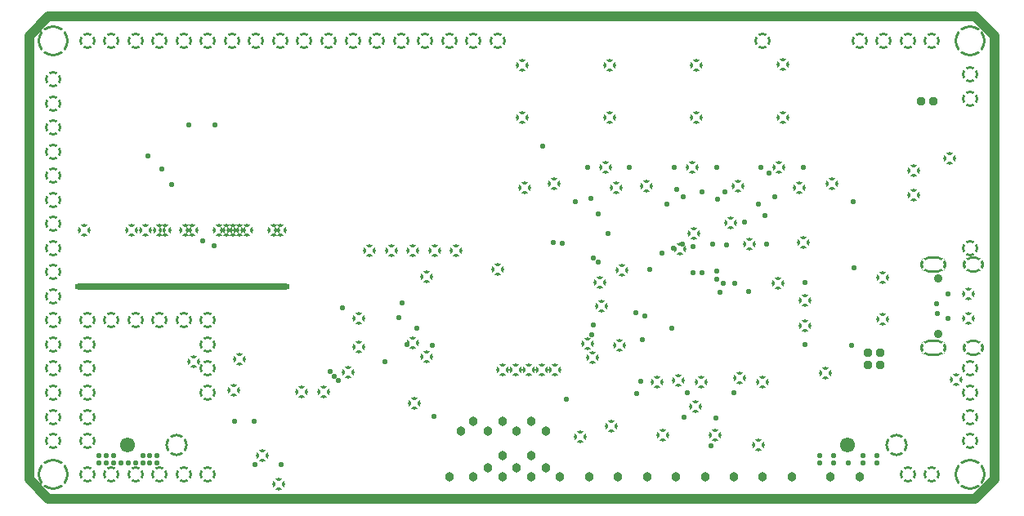
<source format=gbr>
%TF.GenerationSoftware,Altium Limited,Altium Designer,21.0.9 (235)*%
G04 Layer_Physical_Order=3*
G04 Layer_Color=128*
%FSLAX45Y45*%
%MOMM*%
%TF.SameCoordinates,23D9C264-9E25-4532-ABEF-1D24AEF7D3CB*%
%TF.FilePolarity,Negative*%
%TF.FileFunction,Copper,L3,Inr,Plane*%
%TF.Part,Single*%
G01*
G75*
%TA.AperFunction,NonConductor*%
%ADD58C,1.01600*%
%TA.AperFunction,ComponentPad*%
%ADD59C,0.95400*%
G04:AMPARAMS|DCode=61|XSize=2.316mm|YSize=2.316mm|CornerRadius=0mm|HoleSize=0mm|Usage=FLASHONLY|Rotation=0.000|XOffset=0mm|YOffset=0mm|HoleType=Round|Shape=Relief|Width=0.254mm|Gap=0.254mm|Entries=4|*
%AMTHD61*
7,0,0,2.31600,1.80800,0.25400,45*
%
%ADD61THD61*%
%ADD65C,0.90400*%
%ADD66C,1.55400*%
%ADD67O,22.25400X0.65400*%
%TA.AperFunction,ViaPad*%
%ADD68C,0.55400*%
G04:AMPARAMS|DCode=69|XSize=1.7272mm|YSize=1.7272mm|CornerRadius=0mm|HoleSize=0mm|Usage=FLASHONLY|Rotation=0.000|XOffset=0mm|YOffset=0mm|HoleType=Round|Shape=Relief|Width=0.254mm|Gap=0.254mm|Entries=4|*
%AMTHD69*
7,0,0,1.72720,1.21920,0.25400,45*
%
%ADD69THD69*%
G04:AMPARAMS|DCode=70|XSize=1.316mm|YSize=1.316mm|CornerRadius=0mm|HoleSize=0mm|Usage=FLASHONLY|Rotation=0.000|XOffset=0mm|YOffset=0mm|HoleType=Round|Shape=Relief|Width=0.254mm|Gap=0.254mm|Entries=4|*
%AMTHD70*
7,0,0,1.31600,0.80800,0.25400,45*
%
%ADD70THD70*%
%ADD71C,0.96520*%
G04:AMPARAMS|DCode=72|XSize=3.216mm|YSize=3.216mm|CornerRadius=0mm|HoleSize=0mm|Usage=FLASHONLY|Rotation=0.000|XOffset=0mm|YOffset=0mm|HoleType=Round|Shape=Relief|Width=0.254mm|Gap=0.254mm|Entries=4|*
%AMTHD72*
7,0,0,3.21600,2.70800,0.25400,45*
%
%ADD72THD72*%
%TA.AperFunction,ComponentPad*%
%AMTHOVALD73*
21,1,0.60000,1.61600,0,0,180.0*
1,1,1.61600,0.30000,0.00000*
1,1,1.61600,-0.30000,0.00000*
21,0,0.60000,1.10800,0,0,180.0*
1,0,1.10800,0.30000,0.00000*
1,0,1.10800,-0.30000,0.00000*
4,0,4,0.21020,0.08980,0.78154,0.66114,0.96114,0.48154,0.38980,-0.08980,0.21020,0.08980,0.0*
4,0,4,-0.38980,0.08980,-0.96114,-0.48154,-0.78154,-0.66114,-0.21020,-0.08980,-0.38980,0.08980,0.0*
4,0,4,0.38980,0.08980,0.96114,-0.48154,0.78154,-0.66114,0.21020,-0.08980,0.38980,0.08980,0.0*
4,0,4,-0.21020,0.08980,-0.78154,0.66114,-0.96114,0.48154,-0.38980,-0.08980,-0.21020,0.08980,0.0*
%
%ADD73THOVALD73*%

%AMTHOVALD74*
21,1,1.10000,1.61600,0,0,180.0*
1,1,1.61600,0.55000,0.00000*
1,1,1.61600,-0.55000,0.00000*
21,0,1.10000,1.10800,0,0,180.0*
1,0,1.10800,0.55000,0.00000*
1,0,1.10800,-0.55000,0.00000*
4,0,4,0.46020,0.08980,1.03154,0.66114,1.21114,0.48154,0.63980,-0.08980,0.46020,0.08980,0.0*
4,0,4,-0.63980,0.08980,-1.21114,-0.48154,-1.03154,-0.66114,-0.46020,-0.08980,-0.63980,0.08980,0.0*
4,0,4,0.63980,0.08980,1.21114,-0.48154,1.03154,-0.66114,0.46020,-0.08980,0.63980,0.08980,0.0*
4,0,4,-0.46020,0.08980,-1.03154,0.66114,-1.21114,0.48154,-0.63980,-0.08980,-0.46020,0.08980,0.0*
%
%ADD74THOVALD74*%

D58*
X10000000Y200000D02*
Y4800000D01*
X9800000Y5000000D02*
X10000000Y4800000D01*
X200000Y5000000D02*
X9800000D01*
X0Y4800000D02*
X200000Y5000000D01*
X0Y200000D02*
X0Y4800000D01*
X0Y200000D02*
X200000Y0D01*
X9800000D01*
X10000000Y200000D01*
D59*
X8686500Y1513500D02*
D03*
X8813500D02*
D03*
X8686500Y1386500D02*
D03*
X8813500D02*
D03*
X9363500Y4125000D02*
D03*
X9236500D02*
D03*
D61*
X8984000Y558800D02*
D03*
X1524000D02*
D03*
D65*
X9417000Y2289000D02*
D03*
Y1711000D02*
D03*
D66*
X8476000Y558800D02*
D03*
X1016000D02*
D03*
D67*
X1584500Y2197600D02*
D03*
D68*
X7155180Y2141220D02*
D03*
X8516620Y1590040D02*
D03*
X8532940Y3082500D02*
D03*
X7555840Y3057500D02*
D03*
X7203440Y3180080D02*
D03*
X6605880Y3057500D02*
D03*
X5657500Y3082500D02*
D03*
X8185000Y450000D02*
D03*
X8335000D02*
D03*
X8185000Y375000D02*
D03*
X8335000D02*
D03*
X8485000D02*
D03*
X8635000D02*
D03*
X8785000Y450000D02*
D03*
X8635000D02*
D03*
X8785000Y375000D02*
D03*
X1325000D02*
D03*
X1175000Y450000D02*
D03*
X1250000D02*
D03*
X1325000D02*
D03*
X1250000Y375000D02*
D03*
X1175000D02*
D03*
X1100000D02*
D03*
X1025000D02*
D03*
X950000D02*
D03*
X875000D02*
D03*
X800000D02*
D03*
X725000D02*
D03*
X875000Y450000D02*
D03*
X800000D02*
D03*
X725000D02*
D03*
X2327500Y800000D02*
D03*
X2122500D02*
D03*
X7660000Y3380000D02*
D03*
X8542500Y2397500D02*
D03*
X5890000Y2957500D02*
D03*
X5992500Y2755000D02*
D03*
X1225000Y3557500D02*
D03*
X1372500Y3420000D02*
D03*
X1925000Y3877500D02*
D03*
X1650000Y3875000D02*
D03*
X7063100Y546900D02*
D03*
X6675000Y2601510D02*
D03*
X5560202Y1032500D02*
D03*
X8019999Y3439800D02*
D03*
X7582499D02*
D03*
X7120001D02*
D03*
X6682501D02*
D03*
X6219998D02*
D03*
X5782498D02*
D03*
X5320000Y3660201D02*
D03*
X6709999Y3209798D02*
D03*
X6815000Y1100000D02*
D03*
X7302500D02*
D03*
X7082500Y2639797D02*
D03*
X7642499D02*
D03*
X6785204Y842498D02*
D03*
X5839800Y1805000D02*
D03*
X8037500Y1602500D02*
D03*
Y2242500D02*
D03*
X3911600Y1600200D02*
D03*
X3864970Y2029460D02*
D03*
X1478280Y3258820D02*
D03*
X6873240Y2347870D02*
D03*
X5847080Y2500270D02*
D03*
X5890260Y2458720D02*
D03*
X6972300Y2346960D02*
D03*
X6288099Y1091259D02*
D03*
X6337300Y1216660D02*
D03*
X6654800Y1765300D02*
D03*
X6774180Y3131820D02*
D03*
X5819140Y3119120D02*
D03*
X6423660Y2374900D02*
D03*
X6550660Y2545080D02*
D03*
X6769100Y2639800D02*
D03*
X5521661Y2646320D02*
D03*
X7127240Y3106420D02*
D03*
X7724140Y3130910D02*
D03*
X6875780Y2616200D02*
D03*
X7625080Y2938780D02*
D03*
X7226300Y2628900D02*
D03*
X7406640Y2872740D02*
D03*
X7124700Y2362200D02*
D03*
X7455398Y2149963D02*
D03*
X7122160Y2279460D02*
D03*
X7307580Y2237740D02*
D03*
X7188030Y2237910D02*
D03*
X6378310Y1899550D02*
D03*
X6283960Y1930400D02*
D03*
X6972300Y3180080D02*
D03*
X9514840Y2120900D02*
D03*
X6355080Y1648460D02*
D03*
X5824220Y1701800D02*
D03*
X4173530Y1592270D02*
D03*
X7117080Y840740D02*
D03*
X5427980Y2654300D02*
D03*
X3246120Y1978660D02*
D03*
X3205480Y1229360D02*
D03*
X4196080Y858520D02*
D03*
X3116183Y1318260D02*
D03*
X3162300Y1272540D02*
D03*
X2606040Y355600D02*
D03*
X2341880Y353060D02*
D03*
X3683450Y1425200D02*
D03*
X4018280Y1767840D02*
D03*
X3830320Y1877060D02*
D03*
X9514840Y1871980D02*
D03*
X1798320Y2677160D02*
D03*
X1913890Y2622867D02*
D03*
X9403440Y2024380D02*
D03*
X9405620Y1925320D02*
D03*
D69*
X9750000Y1100000D02*
D03*
Y850000D02*
D03*
Y600000D02*
D03*
X9100000Y250000D02*
D03*
X9350000D02*
D03*
X9750000Y1350000D02*
D03*
Y2600000D02*
D03*
Y4150000D02*
D03*
Y4400000D02*
D03*
X1850000Y1100000D02*
D03*
Y1350000D02*
D03*
Y1600000D02*
D03*
Y1850000D02*
D03*
X1600000D02*
D03*
X1350000D02*
D03*
X1100000D02*
D03*
X850000D02*
D03*
X600000D02*
D03*
Y1600000D02*
D03*
Y1350000D02*
D03*
Y1100000D02*
D03*
Y850000D02*
D03*
Y600000D02*
D03*
Y250000D02*
D03*
X850000D02*
D03*
X1100000D02*
D03*
X1350000D02*
D03*
X1600000D02*
D03*
X1850000D02*
D03*
X8600000Y4750000D02*
D03*
X8850000D02*
D03*
X9100000D02*
D03*
X9350000D02*
D03*
X4600000D02*
D03*
X4850000D02*
D03*
X7600000D02*
D03*
X600000D02*
D03*
X850000D02*
D03*
X1100000D02*
D03*
X1350000D02*
D03*
X1600000D02*
D03*
X1850000D02*
D03*
X2100000D02*
D03*
X2350000D02*
D03*
X2600000D02*
D03*
X2850000D02*
D03*
X3100000D02*
D03*
X3350000D02*
D03*
X3600000D02*
D03*
X3850000D02*
D03*
X4100000D02*
D03*
X4350000D02*
D03*
X250000Y4350000D02*
D03*
Y4100000D02*
D03*
Y3850000D02*
D03*
Y3600000D02*
D03*
Y3350000D02*
D03*
Y3100000D02*
D03*
Y2850000D02*
D03*
Y2600000D02*
D03*
Y2350000D02*
D03*
Y2100000D02*
D03*
Y1850000D02*
D03*
Y1600000D02*
D03*
Y1350000D02*
D03*
Y1100000D02*
D03*
Y850000D02*
D03*
Y600000D02*
D03*
D70*
X9158180Y3146000D02*
D03*
X9160300Y3400000D02*
D03*
X9531140Y3527000D02*
D03*
X8250000Y1300000D02*
D03*
X7557500Y560000D02*
D03*
X7359969Y1256446D02*
D03*
X6887500Y2747500D02*
D03*
X6739189Y2590458D02*
D03*
X6140000Y2372500D02*
D03*
X5927500Y2000000D02*
D03*
X6957502Y1210203D02*
D03*
X9605000Y1235202D02*
D03*
X8842502Y1860205D02*
D03*
Y2289800D02*
D03*
X7767498Y3439800D02*
D03*
X6867500D02*
D03*
X5967501D02*
D03*
X5130002Y3227299D02*
D03*
X5439797Y3267502D02*
D03*
X6079998Y3227299D02*
D03*
X6389796Y3242502D02*
D03*
X7339800D02*
D03*
X7979999Y3227299D02*
D03*
X8314799Y3267502D02*
D03*
X8022422Y2654899D02*
D03*
X6727100Y1227500D02*
D03*
X6032297Y750001D02*
D03*
X5785201Y1607500D02*
D03*
X5910204Y2242500D02*
D03*
X7592502Y1210203D02*
D03*
X6507500D02*
D03*
X7267499Y2860203D02*
D03*
X7457501Y2639797D02*
D03*
X5832500Y1460200D02*
D03*
X6564798Y657499D02*
D03*
X6114796Y1594998D02*
D03*
X5710204Y645003D02*
D03*
X8037500Y1792500D02*
D03*
X7757500Y2237500D02*
D03*
X8037500Y2057500D02*
D03*
X9730800Y1869440D02*
D03*
X9731948Y2124338D02*
D03*
X7106920Y660400D02*
D03*
X3305699Y1315000D02*
D03*
X1700000Y1425000D02*
D03*
X4424680Y2575560D02*
D03*
X3975000Y2575000D02*
D03*
X4200000D02*
D03*
X3750000D02*
D03*
X3525000D02*
D03*
X2410460Y449580D02*
D03*
X5173980Y1338580D02*
D03*
X5311140D02*
D03*
X5036820D02*
D03*
X5448300D02*
D03*
X4899660D02*
D03*
X7807960Y3954780D02*
D03*
Y4500880D02*
D03*
X6911340Y3952240D02*
D03*
Y4498340D02*
D03*
X6009640Y3952240D02*
D03*
Y4498340D02*
D03*
X568960Y2786380D02*
D03*
X1059180D02*
D03*
X1201420D02*
D03*
X1343660D02*
D03*
X1409700D02*
D03*
X1620520D02*
D03*
X1689100D02*
D03*
X1968500D02*
D03*
X2039620D02*
D03*
X2110740D02*
D03*
X2600960D02*
D03*
X2529840D02*
D03*
X2250440D02*
D03*
X2179320D02*
D03*
X5110480Y4498340D02*
D03*
Y3952240D02*
D03*
X2176780Y1450340D02*
D03*
X4853940Y2376640D02*
D03*
X2583180Y152400D02*
D03*
X6901360Y954220D02*
D03*
X4117340Y2299780D02*
D03*
X4119880Y1474940D02*
D03*
X3992880Y988060D02*
D03*
X3975100Y1620520D02*
D03*
X3416300Y1874520D02*
D03*
X3416100Y1572340D02*
D03*
X3048000Y1107440D02*
D03*
X2821940D02*
D03*
X2115820Y1125220D02*
D03*
D71*
X4350000Y225000D02*
D03*
X4475000Y700000D02*
D03*
X5350000D02*
D03*
Y325000D02*
D03*
X5050000D02*
D03*
X4750000D02*
D03*
X5050000Y700000D02*
D03*
X4750000D02*
D03*
X4900000Y450000D02*
D03*
X5200000D02*
D03*
Y800000D02*
D03*
X4900000D02*
D03*
X4600000D02*
D03*
X8600000Y225000D02*
D03*
X8300000D02*
D03*
X4600000D02*
D03*
X4900000D02*
D03*
X5200000D02*
D03*
X5500000D02*
D03*
X5800000D02*
D03*
X6100000D02*
D03*
X6400000D02*
D03*
X6700000D02*
D03*
X7000000D02*
D03*
X7300000D02*
D03*
X7600000D02*
D03*
X7900000D02*
D03*
D72*
X250000Y250000D02*
D03*
X9750000D02*
D03*
Y4750000D02*
D03*
X250000D02*
D03*
D73*
X9782000Y1568000D02*
D03*
Y2432000D02*
D03*
D74*
X9364000D02*
D03*
Y1568000D02*
D03*
%TF.MD5,4c0ef8c3235c231d9056e5dcf9e59815*%
M02*

</source>
